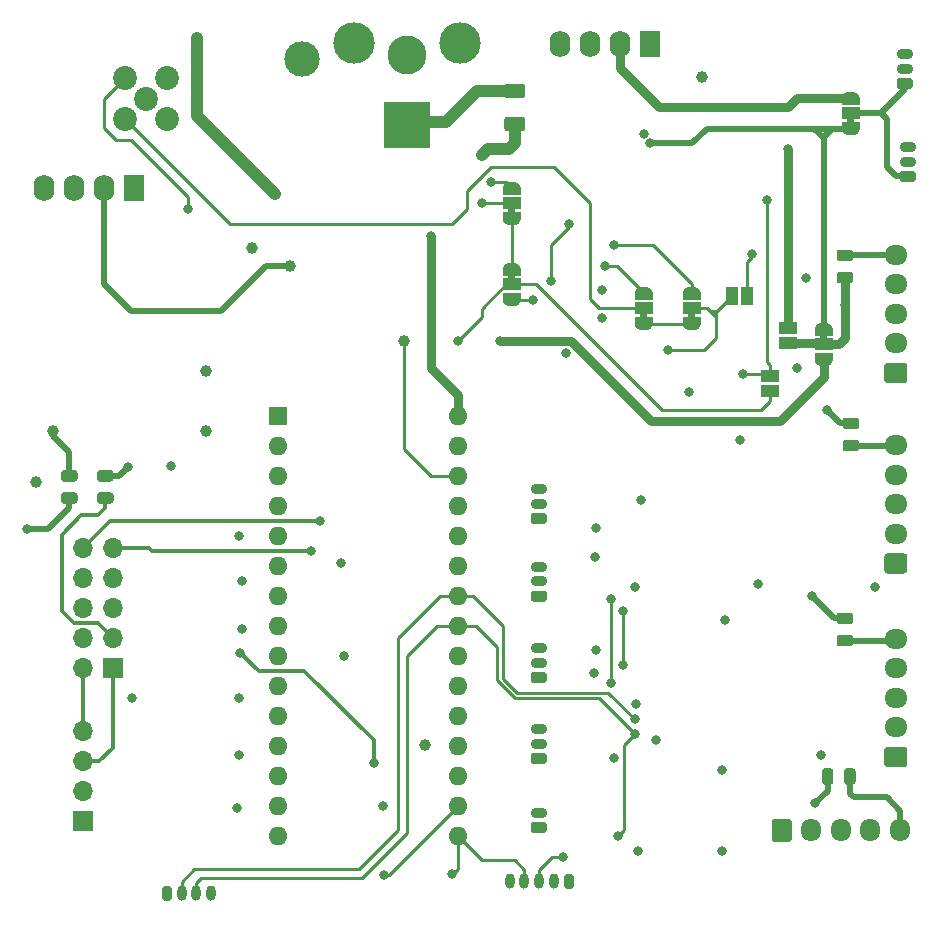
<source format=gbr>
%TF.GenerationSoftware,KiCad,Pcbnew,(5.1.8)-1*%
%TF.CreationDate,2022-01-24T15:12:58-08:00*%
%TF.ProjectId,BLE-33_baseboard,424c452d-3333-45f6-9261-7365626f6172,rev?*%
%TF.SameCoordinates,Original*%
%TF.FileFunction,Copper,L1,Top*%
%TF.FilePolarity,Positive*%
%FSLAX46Y46*%
G04 Gerber Fmt 4.6, Leading zero omitted, Abs format (unit mm)*
G04 Created by KiCad (PCBNEW (5.1.8)-1) date 2022-01-24 15:12:58*
%MOMM*%
%LPD*%
G01*
G04 APERTURE LIST*
%TA.AperFunction,EtchedComponent*%
%ADD10C,0.100000*%
%TD*%
%TA.AperFunction,ComponentPad*%
%ADD11C,2.025000*%
%TD*%
%TA.AperFunction,ComponentPad*%
%ADD12C,1.000000*%
%TD*%
%TA.AperFunction,ComponentPad*%
%ADD13O,1.700000X1.950000*%
%TD*%
%TA.AperFunction,ComponentPad*%
%ADD14O,1.950000X1.700000*%
%TD*%
%TA.AperFunction,ComponentPad*%
%ADD15O,1.700000X1.700000*%
%TD*%
%TA.AperFunction,ComponentPad*%
%ADD16R,1.700000X1.700000*%
%TD*%
%TA.AperFunction,ComponentPad*%
%ADD17C,3.000000*%
%TD*%
%TA.AperFunction,ComponentPad*%
%ADD18O,1.400000X0.900000*%
%TD*%
%TA.AperFunction,ComponentPad*%
%ADD19R,1.750000X2.250000*%
%TD*%
%TA.AperFunction,ComponentPad*%
%ADD20O,1.750000X2.250000*%
%TD*%
%TA.AperFunction,SMDPad,CuDef*%
%ADD21R,1.500000X1.000000*%
%TD*%
%TA.AperFunction,SMDPad,CuDef*%
%ADD22C,0.100000*%
%TD*%
%TA.AperFunction,SMDPad,CuDef*%
%ADD23R,1.000000X1.500000*%
%TD*%
%TA.AperFunction,ComponentPad*%
%ADD24O,0.800000X1.300000*%
%TD*%
%TA.AperFunction,ComponentPad*%
%ADD25C,3.500000*%
%TD*%
%TA.AperFunction,ComponentPad*%
%ADD26C,3.300000*%
%TD*%
%TA.AperFunction,ComponentPad*%
%ADD27R,4.000000X4.000000*%
%TD*%
%TA.AperFunction,ComponentPad*%
%ADD28O,1.600000X1.600000*%
%TD*%
%TA.AperFunction,ComponentPad*%
%ADD29R,1.600000X1.600000*%
%TD*%
%TA.AperFunction,ViaPad*%
%ADD30C,0.800000*%
%TD*%
%TA.AperFunction,Conductor*%
%ADD31C,0.500000*%
%TD*%
%TA.AperFunction,Conductor*%
%ADD32C,0.750000*%
%TD*%
%TA.AperFunction,Conductor*%
%ADD33C,1.000000*%
%TD*%
%TA.AperFunction,Conductor*%
%ADD34C,0.250000*%
%TD*%
%TA.AperFunction,Conductor*%
%ADD35C,0.350000*%
%TD*%
G04 APERTURE END LIST*
D10*
%TO.C,JP9*%
G36*
X166670000Y-78348000D02*
G01*
X166670000Y-78848000D01*
X166070000Y-78848000D01*
X166070000Y-78348000D01*
X166670000Y-78348000D01*
G37*
%TO.C,JP8*%
G36*
X168356000Y-60590000D02*
G01*
X168356000Y-60090000D01*
X168956000Y-60090000D01*
X168956000Y-60590000D01*
X168356000Y-60590000D01*
G37*
%TO.C,JP4*%
G36*
X150830000Y-77100000D02*
G01*
X150830000Y-76600000D01*
X151430000Y-76600000D01*
X151430000Y-77100000D01*
X150830000Y-77100000D01*
G37*
%TO.C,JP3*%
G36*
X139654000Y-68210000D02*
G01*
X139654000Y-67710000D01*
X140254000Y-67710000D01*
X140254000Y-68210000D01*
X139654000Y-68210000D01*
G37*
%TO.C,JP2*%
G36*
X140254000Y-73268000D02*
G01*
X140254000Y-73768000D01*
X139654000Y-73768000D01*
X139654000Y-73268000D01*
X140254000Y-73268000D01*
G37*
%TO.C,JP1*%
G36*
X154894000Y-77100000D02*
G01*
X154894000Y-76600000D01*
X155494000Y-76600000D01*
X155494000Y-77100000D01*
X154894000Y-77100000D01*
G37*
%TD*%
D11*
%TO.P,J19,5*%
%TO.N,GND*%
X108974000Y-58428000D03*
%TO.P,J19,4*%
%TO.N,Net-(D4-Pad2)*%
X110744000Y-56658000D03*
%TO.P,J19,3*%
%TO.N,Net-(J19-Pad3)*%
X107204000Y-56658000D03*
%TO.P,J19,2*%
%TO.N,Net-(J19-Pad2)*%
X107204000Y-60198000D03*
%TO.P,J19,1*%
%TO.N,Net-(D5-Pad2)*%
X110744000Y-60198000D03*
%TD*%
%TO.P,F7,2*%
%TO.N,/HV-PWR*%
%TA.AperFunction,SMDPad,CuDef*%
G36*
G01*
X102945250Y-90863000D02*
X102032750Y-90863000D01*
G75*
G02*
X101789000Y-90619250I0J243750D01*
G01*
X101789000Y-90131750D01*
G75*
G02*
X102032750Y-89888000I243750J0D01*
G01*
X102945250Y-89888000D01*
G75*
G02*
X103189000Y-90131750I0J-243750D01*
G01*
X103189000Y-90619250D01*
G75*
G02*
X102945250Y-90863000I-243750J0D01*
G01*
G37*
%TD.AperFunction*%
%TO.P,F7,1*%
%TO.N,Net-(F7-Pad1)*%
%TA.AperFunction,SMDPad,CuDef*%
G36*
G01*
X102945250Y-92738000D02*
X102032750Y-92738000D01*
G75*
G02*
X101789000Y-92494250I0J243750D01*
G01*
X101789000Y-92006750D01*
G75*
G02*
X102032750Y-91763000I243750J0D01*
G01*
X102945250Y-91763000D01*
G75*
G02*
X103189000Y-92006750I0J-243750D01*
G01*
X103189000Y-92494250D01*
G75*
G02*
X102945250Y-92738000I-243750J0D01*
G01*
G37*
%TD.AperFunction*%
%TD*%
%TO.P,F6,2*%
%TO.N,+5V*%
%TA.AperFunction,SMDPad,CuDef*%
G36*
G01*
X105993250Y-90863000D02*
X105080750Y-90863000D01*
G75*
G02*
X104837000Y-90619250I0J243750D01*
G01*
X104837000Y-90131750D01*
G75*
G02*
X105080750Y-89888000I243750J0D01*
G01*
X105993250Y-89888000D01*
G75*
G02*
X106237000Y-90131750I0J-243750D01*
G01*
X106237000Y-90619250D01*
G75*
G02*
X105993250Y-90863000I-243750J0D01*
G01*
G37*
%TD.AperFunction*%
%TO.P,F6,1*%
%TO.N,Net-(F6-Pad1)*%
%TA.AperFunction,SMDPad,CuDef*%
G36*
G01*
X105993250Y-92738000D02*
X105080750Y-92738000D01*
G75*
G02*
X104837000Y-92494250I0J243750D01*
G01*
X104837000Y-92006750D01*
G75*
G02*
X105080750Y-91763000I243750J0D01*
G01*
X105993250Y-91763000D01*
G75*
G02*
X106237000Y-92006750I0J-243750D01*
G01*
X106237000Y-92494250D01*
G75*
G02*
X105993250Y-92738000I-243750J0D01*
G01*
G37*
%TD.AperFunction*%
%TD*%
D12*
%TO.P,TP9,1*%
%TO.N,Net-(PS2-Pad1)*%
X117983000Y-71120000D03*
%TD*%
%TO.P,TP3,1*%
%TO.N,Net-(PS1-Pad1)*%
X156083000Y-56642000D03*
%TD*%
%TO.P,TP2,1*%
%TO.N,Net-(A1-Pad18)*%
X132588000Y-113157000D03*
%TD*%
D13*
%TO.P,J8,5*%
%TO.N,Net-(F5-Pad2)*%
X172814000Y-120396000D03*
%TO.P,J8,4*%
%TO.N,Net-(J8-Pad4)*%
X170314000Y-120396000D03*
%TO.P,J8,3*%
%TO.N,Net-(J8-Pad3)*%
X167814000Y-120396000D03*
%TO.P,J8,2*%
%TO.N,Net-(J8-Pad2)*%
X165314000Y-120396000D03*
%TO.P,J8,1*%
%TO.N,Net-(J8-Pad1)*%
%TA.AperFunction,ComponentPad*%
G36*
G01*
X161964000Y-121121000D02*
X161964000Y-119671000D01*
G75*
G02*
X162214000Y-119421000I250000J0D01*
G01*
X163414000Y-119421000D01*
G75*
G02*
X163664000Y-119671000I0J-250000D01*
G01*
X163664000Y-121121000D01*
G75*
G02*
X163414000Y-121371000I-250000J0D01*
G01*
X162214000Y-121371000D01*
G75*
G02*
X161964000Y-121121000I0J250000D01*
G01*
G37*
%TD.AperFunction*%
%TD*%
D14*
%TO.P,J7,5*%
%TO.N,Net-(F4-Pad2)*%
X172466000Y-104173000D03*
%TO.P,J7,4*%
%TO.N,Net-(J7-Pad4)*%
X172466000Y-106673000D03*
%TO.P,J7,3*%
%TO.N,Net-(J7-Pad3)*%
X172466000Y-109173000D03*
%TO.P,J7,2*%
%TO.N,Net-(J7-Pad2)*%
X172466000Y-111673000D03*
%TO.P,J7,1*%
%TO.N,Net-(J7-Pad1)*%
%TA.AperFunction,ComponentPad*%
G36*
G01*
X173191000Y-115023000D02*
X171741000Y-115023000D01*
G75*
G02*
X171491000Y-114773000I0J250000D01*
G01*
X171491000Y-113573000D01*
G75*
G02*
X171741000Y-113323000I250000J0D01*
G01*
X173191000Y-113323000D01*
G75*
G02*
X173441000Y-113573000I0J-250000D01*
G01*
X173441000Y-114773000D01*
G75*
G02*
X173191000Y-115023000I-250000J0D01*
G01*
G37*
%TD.AperFunction*%
%TD*%
%TO.P,J6,5*%
%TO.N,Net-(F3-Pad2)*%
X172466000Y-87790000D03*
%TO.P,J6,4*%
%TO.N,Net-(J6-Pad4)*%
X172466000Y-90290000D03*
%TO.P,J6,3*%
%TO.N,Net-(J6-Pad3)*%
X172466000Y-92790000D03*
%TO.P,J6,2*%
%TO.N,Net-(J6-Pad2)*%
X172466000Y-95290000D03*
%TO.P,J6,1*%
%TO.N,Net-(J6-Pad1)*%
%TA.AperFunction,ComponentPad*%
G36*
G01*
X173191000Y-98640000D02*
X171741000Y-98640000D01*
G75*
G02*
X171491000Y-98390000I0J250000D01*
G01*
X171491000Y-97190000D01*
G75*
G02*
X171741000Y-96940000I250000J0D01*
G01*
X173191000Y-96940000D01*
G75*
G02*
X173441000Y-97190000I0J-250000D01*
G01*
X173441000Y-98390000D01*
G75*
G02*
X173191000Y-98640000I-250000J0D01*
G01*
G37*
%TD.AperFunction*%
%TD*%
%TO.P,J5,5*%
%TO.N,Net-(F2-Pad2)*%
X172466000Y-71661000D03*
%TO.P,J5,4*%
%TO.N,Net-(J5-Pad4)*%
X172466000Y-74161000D03*
%TO.P,J5,3*%
%TO.N,Net-(J5-Pad3)*%
X172466000Y-76661000D03*
%TO.P,J5,2*%
%TO.N,Net-(J5-Pad2)*%
X172466000Y-79161000D03*
%TO.P,J5,1*%
%TO.N,Net-(J5-Pad1)*%
%TA.AperFunction,ComponentPad*%
G36*
G01*
X173191000Y-82511000D02*
X171741000Y-82511000D01*
G75*
G02*
X171491000Y-82261000I0J250000D01*
G01*
X171491000Y-81061000D01*
G75*
G02*
X171741000Y-80811000I250000J0D01*
G01*
X173191000Y-80811000D01*
G75*
G02*
X173441000Y-81061000I0J-250000D01*
G01*
X173441000Y-82261000D01*
G75*
G02*
X173191000Y-82511000I-250000J0D01*
G01*
G37*
%TD.AperFunction*%
%TD*%
D15*
%TO.P,J4,4*%
%TO.N,/HVACb*%
X103632000Y-112014000D03*
%TO.P,J4,3*%
%TO.N,/HVACa*%
X103632000Y-114554000D03*
%TO.P,J4,2*%
%TO.N,/CAL*%
X103632000Y-117094000D03*
D16*
%TO.P,J4,1*%
%TO.N,Net-(F7-Pad1)*%
X103632000Y-119634000D03*
%TD*%
D17*
%TO.P,REF\u002A\u002A,1*%
%TO.N,GND*%
X122174000Y-55118000D03*
%TD*%
D12*
%TO.P,TP8,1*%
%TO.N,Vdrive*%
X121158000Y-72644000D03*
%TD*%
%TO.P,TP7,1*%
%TO.N,GND*%
X114046000Y-86614000D03*
%TD*%
%TO.P,TP6,1*%
%TO.N,+3V3*%
X114046000Y-81534000D03*
%TD*%
%TO.P,TP5,1*%
%TO.N,+5V*%
X99695000Y-90932000D03*
%TD*%
%TO.P,TP4,1*%
%TO.N,/HV-PWR*%
X101092000Y-86614000D03*
%TD*%
D15*
%TO.P,J3,10*%
%TO.N,/M3*%
X103632000Y-96520000D03*
%TO.P,J3,9*%
%TO.N,/M4*%
X106172000Y-96520000D03*
%TO.P,J3,8*%
%TO.N,/M2*%
X103632000Y-99060000D03*
%TO.P,J3,7*%
%TO.N,/Mid_LED*%
X106172000Y-99060000D03*
%TO.P,J3,6*%
%TO.N,/M1*%
X103632000Y-101600000D03*
%TO.P,J3,5*%
%TO.N,/UV_Boost*%
X106172000Y-101600000D03*
%TO.P,J3,4*%
%TO.N,/GoW*%
X103632000Y-104140000D03*
%TO.P,J3,3*%
%TO.N,Net-(F6-Pad1)*%
X106172000Y-104140000D03*
%TO.P,J3,2*%
%TO.N,/HVACb*%
X103632000Y-106680000D03*
D16*
%TO.P,J3,1*%
%TO.N,/HVACa*%
X106172000Y-106680000D03*
%TD*%
D18*
%TO.P,J1,2*%
%TO.N,Net-(J1-Pad2)*%
X142240000Y-118892000D03*
%TO.P,J1,1*%
%TO.N,Net-(J1-Pad1)*%
%TA.AperFunction,ComponentPad*%
G36*
G01*
X142715000Y-120592000D02*
X141765000Y-120592000D01*
G75*
G02*
X141540000Y-120367000I0J225000D01*
G01*
X141540000Y-119917000D01*
G75*
G02*
X141765000Y-119692000I225000J0D01*
G01*
X142715000Y-119692000D01*
G75*
G02*
X142940000Y-119917000I0J-225000D01*
G01*
X142940000Y-120367000D01*
G75*
G02*
X142715000Y-120592000I-225000J0D01*
G01*
G37*
%TD.AperFunction*%
%TD*%
D12*
%TO.P,TP1,1*%
%TO.N,Net-(A1-Pad28)*%
X130810000Y-78994000D03*
%TD*%
D19*
%TO.P,PS1,1*%
%TO.N,Net-(PS1-Pad1)*%
X151638000Y-53848000D03*
D20*
%TO.P,PS1,2*%
%TO.N,Vdrive*%
X149098000Y-53848000D03*
%TO.P,PS1,3*%
%TO.N,GND*%
X146558000Y-53848000D03*
%TO.P,PS1,4*%
%TO.N,Net-(D2-Pad2)*%
X144018000Y-53848000D03*
%TD*%
D19*
%TO.P,PS2,1*%
%TO.N,Net-(PS2-Pad1)*%
X107950000Y-66040000D03*
D20*
%TO.P,PS2,2*%
%TO.N,Vdrive*%
X105410000Y-66040000D03*
%TO.P,PS2,3*%
%TO.N,GND*%
X102870000Y-66040000D03*
%TO.P,PS2,4*%
%TO.N,Net-(D6-Pad2)*%
X100330000Y-66040000D03*
%TD*%
D21*
%TO.P,JP10,1*%
%TO.N,/Motors*%
X163322000Y-79136000D03*
%TO.P,JP10,2*%
%TO.N,Vdrive*%
X163322000Y-77836000D03*
%TD*%
%TA.AperFunction,SMDPad,CuDef*%
D22*
%TO.P,JP9,1*%
%TO.N,+5V*%
G36*
X165620000Y-78498000D02*
G01*
X165620000Y-77948000D01*
X165620602Y-77948000D01*
X165620602Y-77923466D01*
X165625412Y-77874635D01*
X165634984Y-77826510D01*
X165649228Y-77779555D01*
X165668005Y-77734222D01*
X165691136Y-77690949D01*
X165718396Y-77650150D01*
X165749524Y-77612221D01*
X165784221Y-77577524D01*
X165822150Y-77546396D01*
X165862949Y-77519136D01*
X165906222Y-77496005D01*
X165951555Y-77477228D01*
X165998510Y-77462984D01*
X166046635Y-77453412D01*
X166095466Y-77448602D01*
X166120000Y-77448602D01*
X166120000Y-77448000D01*
X166620000Y-77448000D01*
X166620000Y-77448602D01*
X166644534Y-77448602D01*
X166693365Y-77453412D01*
X166741490Y-77462984D01*
X166788445Y-77477228D01*
X166833778Y-77496005D01*
X166877051Y-77519136D01*
X166917850Y-77546396D01*
X166955779Y-77577524D01*
X166990476Y-77612221D01*
X167021604Y-77650150D01*
X167048864Y-77690949D01*
X167071995Y-77734222D01*
X167090772Y-77779555D01*
X167105016Y-77826510D01*
X167114588Y-77874635D01*
X167119398Y-77923466D01*
X167119398Y-77948000D01*
X167120000Y-77948000D01*
X167120000Y-78498000D01*
X165620000Y-78498000D01*
G37*
%TD.AperFunction*%
D21*
%TO.P,JP9,2*%
%TO.N,/Motors*%
X166370000Y-79248000D03*
%TA.AperFunction,SMDPad,CuDef*%
D22*
%TO.P,JP9,3*%
%TO.N,/HV-PWR*%
G36*
X167119398Y-80548000D02*
G01*
X167119398Y-80572534D01*
X167114588Y-80621365D01*
X167105016Y-80669490D01*
X167090772Y-80716445D01*
X167071995Y-80761778D01*
X167048864Y-80805051D01*
X167021604Y-80845850D01*
X166990476Y-80883779D01*
X166955779Y-80918476D01*
X166917850Y-80949604D01*
X166877051Y-80976864D01*
X166833778Y-80999995D01*
X166788445Y-81018772D01*
X166741490Y-81033016D01*
X166693365Y-81042588D01*
X166644534Y-81047398D01*
X166620000Y-81047398D01*
X166620000Y-81048000D01*
X166120000Y-81048000D01*
X166120000Y-81047398D01*
X166095466Y-81047398D01*
X166046635Y-81042588D01*
X165998510Y-81033016D01*
X165951555Y-81018772D01*
X165906222Y-80999995D01*
X165862949Y-80976864D01*
X165822150Y-80949604D01*
X165784221Y-80918476D01*
X165749524Y-80883779D01*
X165718396Y-80845850D01*
X165691136Y-80805051D01*
X165668005Y-80761778D01*
X165649228Y-80716445D01*
X165634984Y-80669490D01*
X165625412Y-80621365D01*
X165620602Y-80572534D01*
X165620602Y-80548000D01*
X165620000Y-80548000D01*
X165620000Y-79998000D01*
X167120000Y-79998000D01*
X167120000Y-80548000D01*
X167119398Y-80548000D01*
G37*
%TD.AperFunction*%
%TD*%
%TA.AperFunction,SMDPad,CuDef*%
%TO.P,JP8,1*%
%TO.N,+5V*%
G36*
X169406000Y-60440000D02*
G01*
X169406000Y-60990000D01*
X169405398Y-60990000D01*
X169405398Y-61014534D01*
X169400588Y-61063365D01*
X169391016Y-61111490D01*
X169376772Y-61158445D01*
X169357995Y-61203778D01*
X169334864Y-61247051D01*
X169307604Y-61287850D01*
X169276476Y-61325779D01*
X169241779Y-61360476D01*
X169203850Y-61391604D01*
X169163051Y-61418864D01*
X169119778Y-61441995D01*
X169074445Y-61460772D01*
X169027490Y-61475016D01*
X168979365Y-61484588D01*
X168930534Y-61489398D01*
X168906000Y-61489398D01*
X168906000Y-61490000D01*
X168406000Y-61490000D01*
X168406000Y-61489398D01*
X168381466Y-61489398D01*
X168332635Y-61484588D01*
X168284510Y-61475016D01*
X168237555Y-61460772D01*
X168192222Y-61441995D01*
X168148949Y-61418864D01*
X168108150Y-61391604D01*
X168070221Y-61360476D01*
X168035524Y-61325779D01*
X168004396Y-61287850D01*
X167977136Y-61247051D01*
X167954005Y-61203778D01*
X167935228Y-61158445D01*
X167920984Y-61111490D01*
X167911412Y-61063365D01*
X167906602Y-61014534D01*
X167906602Y-60990000D01*
X167906000Y-60990000D01*
X167906000Y-60440000D01*
X169406000Y-60440000D01*
G37*
%TD.AperFunction*%
D21*
%TO.P,JP8,2*%
%TO.N,Net-(J17-Pad1)*%
X168656000Y-59690000D03*
%TA.AperFunction,SMDPad,CuDef*%
D22*
%TO.P,JP8,3*%
%TO.N,Vdrive*%
G36*
X167906602Y-58390000D02*
G01*
X167906602Y-58365466D01*
X167911412Y-58316635D01*
X167920984Y-58268510D01*
X167935228Y-58221555D01*
X167954005Y-58176222D01*
X167977136Y-58132949D01*
X168004396Y-58092150D01*
X168035524Y-58054221D01*
X168070221Y-58019524D01*
X168108150Y-57988396D01*
X168148949Y-57961136D01*
X168192222Y-57938005D01*
X168237555Y-57919228D01*
X168284510Y-57904984D01*
X168332635Y-57895412D01*
X168381466Y-57890602D01*
X168406000Y-57890602D01*
X168406000Y-57890000D01*
X168906000Y-57890000D01*
X168906000Y-57890602D01*
X168930534Y-57890602D01*
X168979365Y-57895412D01*
X169027490Y-57904984D01*
X169074445Y-57919228D01*
X169119778Y-57938005D01*
X169163051Y-57961136D01*
X169203850Y-57988396D01*
X169241779Y-58019524D01*
X169276476Y-58054221D01*
X169307604Y-58092150D01*
X169334864Y-58132949D01*
X169357995Y-58176222D01*
X169376772Y-58221555D01*
X169391016Y-58268510D01*
X169400588Y-58316635D01*
X169405398Y-58365466D01*
X169405398Y-58390000D01*
X169406000Y-58390000D01*
X169406000Y-58940000D01*
X167906000Y-58940000D01*
X167906000Y-58390000D01*
X167906602Y-58390000D01*
G37*
%TD.AperFunction*%
%TD*%
D21*
%TO.P,JP7,1*%
%TO.N,/RX1*%
X161798000Y-83200000D03*
%TO.P,JP7,2*%
%TO.N,Net-(D3-Pad2)*%
X161798000Y-81900000D03*
%TD*%
D23*
%TO.P,JP5,1*%
%TO.N,/TX1*%
X158608000Y-75184000D03*
%TO.P,JP5,2*%
%TO.N,Net-(D3-Pad1)*%
X159908000Y-75184000D03*
%TD*%
%TA.AperFunction,SMDPad,CuDef*%
D22*
%TO.P,JP4,1*%
%TO.N,Net-(JP1-Pad1)*%
G36*
X151880000Y-76950000D02*
G01*
X151880000Y-77500000D01*
X151879398Y-77500000D01*
X151879398Y-77524534D01*
X151874588Y-77573365D01*
X151865016Y-77621490D01*
X151850772Y-77668445D01*
X151831995Y-77713778D01*
X151808864Y-77757051D01*
X151781604Y-77797850D01*
X151750476Y-77835779D01*
X151715779Y-77870476D01*
X151677850Y-77901604D01*
X151637051Y-77928864D01*
X151593778Y-77951995D01*
X151548445Y-77970772D01*
X151501490Y-77985016D01*
X151453365Y-77994588D01*
X151404534Y-77999398D01*
X151380000Y-77999398D01*
X151380000Y-78000000D01*
X150880000Y-78000000D01*
X150880000Y-77999398D01*
X150855466Y-77999398D01*
X150806635Y-77994588D01*
X150758510Y-77985016D01*
X150711555Y-77970772D01*
X150666222Y-77951995D01*
X150622949Y-77928864D01*
X150582150Y-77901604D01*
X150544221Y-77870476D01*
X150509524Y-77835779D01*
X150478396Y-77797850D01*
X150451136Y-77757051D01*
X150428005Y-77713778D01*
X150409228Y-77668445D01*
X150394984Y-77621490D01*
X150385412Y-77573365D01*
X150380602Y-77524534D01*
X150380602Y-77500000D01*
X150380000Y-77500000D01*
X150380000Y-76950000D01*
X151880000Y-76950000D01*
G37*
%TD.AperFunction*%
D21*
%TO.P,JP4,2*%
%TO.N,Net-(J19-Pad2)*%
X151130000Y-76200000D03*
%TA.AperFunction,SMDPad,CuDef*%
D22*
%TO.P,JP4,3*%
%TO.N,Net-(JP4-Pad3)*%
G36*
X150380602Y-74900000D02*
G01*
X150380602Y-74875466D01*
X150385412Y-74826635D01*
X150394984Y-74778510D01*
X150409228Y-74731555D01*
X150428005Y-74686222D01*
X150451136Y-74642949D01*
X150478396Y-74602150D01*
X150509524Y-74564221D01*
X150544221Y-74529524D01*
X150582150Y-74498396D01*
X150622949Y-74471136D01*
X150666222Y-74448005D01*
X150711555Y-74429228D01*
X150758510Y-74414984D01*
X150806635Y-74405412D01*
X150855466Y-74400602D01*
X150880000Y-74400602D01*
X150880000Y-74400000D01*
X151380000Y-74400000D01*
X151380000Y-74400602D01*
X151404534Y-74400602D01*
X151453365Y-74405412D01*
X151501490Y-74414984D01*
X151548445Y-74429228D01*
X151593778Y-74448005D01*
X151637051Y-74471136D01*
X151677850Y-74498396D01*
X151715779Y-74529524D01*
X151750476Y-74564221D01*
X151781604Y-74602150D01*
X151808864Y-74642949D01*
X151831995Y-74686222D01*
X151850772Y-74731555D01*
X151865016Y-74778510D01*
X151874588Y-74826635D01*
X151879398Y-74875466D01*
X151879398Y-74900000D01*
X151880000Y-74900000D01*
X151880000Y-75450000D01*
X150380000Y-75450000D01*
X150380000Y-74900000D01*
X150380602Y-74900000D01*
G37*
%TD.AperFunction*%
%TD*%
%TA.AperFunction,SMDPad,CuDef*%
%TO.P,JP3,1*%
%TO.N,Net-(JP2-Pad1)*%
G36*
X140704000Y-68060000D02*
G01*
X140704000Y-68610000D01*
X140703398Y-68610000D01*
X140703398Y-68634534D01*
X140698588Y-68683365D01*
X140689016Y-68731490D01*
X140674772Y-68778445D01*
X140655995Y-68823778D01*
X140632864Y-68867051D01*
X140605604Y-68907850D01*
X140574476Y-68945779D01*
X140539779Y-68980476D01*
X140501850Y-69011604D01*
X140461051Y-69038864D01*
X140417778Y-69061995D01*
X140372445Y-69080772D01*
X140325490Y-69095016D01*
X140277365Y-69104588D01*
X140228534Y-69109398D01*
X140204000Y-69109398D01*
X140204000Y-69110000D01*
X139704000Y-69110000D01*
X139704000Y-69109398D01*
X139679466Y-69109398D01*
X139630635Y-69104588D01*
X139582510Y-69095016D01*
X139535555Y-69080772D01*
X139490222Y-69061995D01*
X139446949Y-69038864D01*
X139406150Y-69011604D01*
X139368221Y-68980476D01*
X139333524Y-68945779D01*
X139302396Y-68907850D01*
X139275136Y-68867051D01*
X139252005Y-68823778D01*
X139233228Y-68778445D01*
X139218984Y-68731490D01*
X139209412Y-68683365D01*
X139204602Y-68634534D01*
X139204602Y-68610000D01*
X139204000Y-68610000D01*
X139204000Y-68060000D01*
X140704000Y-68060000D01*
G37*
%TD.AperFunction*%
D21*
%TO.P,JP3,2*%
%TO.N,Net-(J19-Pad3)*%
X139954000Y-67310000D03*
%TA.AperFunction,SMDPad,CuDef*%
D22*
%TO.P,JP3,3*%
%TO.N,Net-(JP3-Pad3)*%
G36*
X139204602Y-66010000D02*
G01*
X139204602Y-65985466D01*
X139209412Y-65936635D01*
X139218984Y-65888510D01*
X139233228Y-65841555D01*
X139252005Y-65796222D01*
X139275136Y-65752949D01*
X139302396Y-65712150D01*
X139333524Y-65674221D01*
X139368221Y-65639524D01*
X139406150Y-65608396D01*
X139446949Y-65581136D01*
X139490222Y-65558005D01*
X139535555Y-65539228D01*
X139582510Y-65524984D01*
X139630635Y-65515412D01*
X139679466Y-65510602D01*
X139704000Y-65510602D01*
X139704000Y-65510000D01*
X140204000Y-65510000D01*
X140204000Y-65510602D01*
X140228534Y-65510602D01*
X140277365Y-65515412D01*
X140325490Y-65524984D01*
X140372445Y-65539228D01*
X140417778Y-65558005D01*
X140461051Y-65581136D01*
X140501850Y-65608396D01*
X140539779Y-65639524D01*
X140574476Y-65674221D01*
X140605604Y-65712150D01*
X140632864Y-65752949D01*
X140655995Y-65796222D01*
X140674772Y-65841555D01*
X140689016Y-65888510D01*
X140698588Y-65936635D01*
X140703398Y-65985466D01*
X140703398Y-66010000D01*
X140704000Y-66010000D01*
X140704000Y-66560000D01*
X139204000Y-66560000D01*
X139204000Y-66010000D01*
X139204602Y-66010000D01*
G37*
%TD.AperFunction*%
%TD*%
%TA.AperFunction,SMDPad,CuDef*%
%TO.P,JP2,1*%
%TO.N,Net-(JP2-Pad1)*%
G36*
X139204000Y-73418000D02*
G01*
X139204000Y-72868000D01*
X139204602Y-72868000D01*
X139204602Y-72843466D01*
X139209412Y-72794635D01*
X139218984Y-72746510D01*
X139233228Y-72699555D01*
X139252005Y-72654222D01*
X139275136Y-72610949D01*
X139302396Y-72570150D01*
X139333524Y-72532221D01*
X139368221Y-72497524D01*
X139406150Y-72466396D01*
X139446949Y-72439136D01*
X139490222Y-72416005D01*
X139535555Y-72397228D01*
X139582510Y-72382984D01*
X139630635Y-72373412D01*
X139679466Y-72368602D01*
X139704000Y-72368602D01*
X139704000Y-72368000D01*
X140204000Y-72368000D01*
X140204000Y-72368602D01*
X140228534Y-72368602D01*
X140277365Y-72373412D01*
X140325490Y-72382984D01*
X140372445Y-72397228D01*
X140417778Y-72416005D01*
X140461051Y-72439136D01*
X140501850Y-72466396D01*
X140539779Y-72497524D01*
X140574476Y-72532221D01*
X140605604Y-72570150D01*
X140632864Y-72610949D01*
X140655995Y-72654222D01*
X140674772Y-72699555D01*
X140689016Y-72746510D01*
X140698588Y-72794635D01*
X140703398Y-72843466D01*
X140703398Y-72868000D01*
X140704000Y-72868000D01*
X140704000Y-73418000D01*
X139204000Y-73418000D01*
G37*
%TD.AperFunction*%
D21*
%TO.P,JP2,2*%
%TO.N,/RX1*%
X139954000Y-74168000D03*
%TA.AperFunction,SMDPad,CuDef*%
D22*
%TO.P,JP2,3*%
%TO.N,Net-(JP2-Pad3)*%
G36*
X140703398Y-75468000D02*
G01*
X140703398Y-75492534D01*
X140698588Y-75541365D01*
X140689016Y-75589490D01*
X140674772Y-75636445D01*
X140655995Y-75681778D01*
X140632864Y-75725051D01*
X140605604Y-75765850D01*
X140574476Y-75803779D01*
X140539779Y-75838476D01*
X140501850Y-75869604D01*
X140461051Y-75896864D01*
X140417778Y-75919995D01*
X140372445Y-75938772D01*
X140325490Y-75953016D01*
X140277365Y-75962588D01*
X140228534Y-75967398D01*
X140204000Y-75967398D01*
X140204000Y-75968000D01*
X139704000Y-75968000D01*
X139704000Y-75967398D01*
X139679466Y-75967398D01*
X139630635Y-75962588D01*
X139582510Y-75953016D01*
X139535555Y-75938772D01*
X139490222Y-75919995D01*
X139446949Y-75896864D01*
X139406150Y-75869604D01*
X139368221Y-75838476D01*
X139333524Y-75803779D01*
X139302396Y-75765850D01*
X139275136Y-75725051D01*
X139252005Y-75681778D01*
X139233228Y-75636445D01*
X139218984Y-75589490D01*
X139209412Y-75541365D01*
X139204602Y-75492534D01*
X139204602Y-75468000D01*
X139204000Y-75468000D01*
X139204000Y-74918000D01*
X140704000Y-74918000D01*
X140704000Y-75468000D01*
X140703398Y-75468000D01*
G37*
%TD.AperFunction*%
%TD*%
%TA.AperFunction,SMDPad,CuDef*%
%TO.P,JP1,1*%
%TO.N,Net-(JP1-Pad1)*%
G36*
X155944000Y-76950000D02*
G01*
X155944000Y-77500000D01*
X155943398Y-77500000D01*
X155943398Y-77524534D01*
X155938588Y-77573365D01*
X155929016Y-77621490D01*
X155914772Y-77668445D01*
X155895995Y-77713778D01*
X155872864Y-77757051D01*
X155845604Y-77797850D01*
X155814476Y-77835779D01*
X155779779Y-77870476D01*
X155741850Y-77901604D01*
X155701051Y-77928864D01*
X155657778Y-77951995D01*
X155612445Y-77970772D01*
X155565490Y-77985016D01*
X155517365Y-77994588D01*
X155468534Y-77999398D01*
X155444000Y-77999398D01*
X155444000Y-78000000D01*
X154944000Y-78000000D01*
X154944000Y-77999398D01*
X154919466Y-77999398D01*
X154870635Y-77994588D01*
X154822510Y-77985016D01*
X154775555Y-77970772D01*
X154730222Y-77951995D01*
X154686949Y-77928864D01*
X154646150Y-77901604D01*
X154608221Y-77870476D01*
X154573524Y-77835779D01*
X154542396Y-77797850D01*
X154515136Y-77757051D01*
X154492005Y-77713778D01*
X154473228Y-77668445D01*
X154458984Y-77621490D01*
X154449412Y-77573365D01*
X154444602Y-77524534D01*
X154444602Y-77500000D01*
X154444000Y-77500000D01*
X154444000Y-76950000D01*
X155944000Y-76950000D01*
G37*
%TD.AperFunction*%
D21*
%TO.P,JP1,2*%
%TO.N,/TX1*%
X155194000Y-76200000D03*
%TA.AperFunction,SMDPad,CuDef*%
D22*
%TO.P,JP1,3*%
%TO.N,Net-(JP1-Pad3)*%
G36*
X154444602Y-74900000D02*
G01*
X154444602Y-74875466D01*
X154449412Y-74826635D01*
X154458984Y-74778510D01*
X154473228Y-74731555D01*
X154492005Y-74686222D01*
X154515136Y-74642949D01*
X154542396Y-74602150D01*
X154573524Y-74564221D01*
X154608221Y-74529524D01*
X154646150Y-74498396D01*
X154686949Y-74471136D01*
X154730222Y-74448005D01*
X154775555Y-74429228D01*
X154822510Y-74414984D01*
X154870635Y-74405412D01*
X154919466Y-74400602D01*
X154944000Y-74400602D01*
X154944000Y-74400000D01*
X155444000Y-74400000D01*
X155444000Y-74400602D01*
X155468534Y-74400602D01*
X155517365Y-74405412D01*
X155565490Y-74414984D01*
X155612445Y-74429228D01*
X155657778Y-74448005D01*
X155701051Y-74471136D01*
X155741850Y-74498396D01*
X155779779Y-74529524D01*
X155814476Y-74564221D01*
X155845604Y-74602150D01*
X155872864Y-74642949D01*
X155895995Y-74686222D01*
X155914772Y-74731555D01*
X155929016Y-74778510D01*
X155938588Y-74826635D01*
X155943398Y-74875466D01*
X155943398Y-74900000D01*
X155944000Y-74900000D01*
X155944000Y-75450000D01*
X154444000Y-75450000D01*
X154444000Y-74900000D01*
X154444602Y-74900000D01*
G37*
%TD.AperFunction*%
%TD*%
D18*
%TO.P,J18,3*%
%TO.N,GND*%
X173482000Y-62524000D03*
%TO.P,J18,2*%
%TO.N,Net-(D3-Pad2)*%
X173482000Y-63774000D03*
%TO.P,J18,1*%
%TO.N,Net-(J17-Pad1)*%
%TA.AperFunction,ComponentPad*%
G36*
G01*
X173957000Y-65474000D02*
X173007000Y-65474000D01*
G75*
G02*
X172782000Y-65249000I0J225000D01*
G01*
X172782000Y-64799000D01*
G75*
G02*
X173007000Y-64574000I225000J0D01*
G01*
X173957000Y-64574000D01*
G75*
G02*
X174182000Y-64799000I0J-225000D01*
G01*
X174182000Y-65249000D01*
G75*
G02*
X173957000Y-65474000I-225000J0D01*
G01*
G37*
%TD.AperFunction*%
%TD*%
%TO.P,J17,3*%
%TO.N,GND*%
X173228000Y-54650000D03*
%TO.P,J17,2*%
%TO.N,Net-(D3-Pad2)*%
X173228000Y-55900000D03*
%TO.P,J17,1*%
%TO.N,Net-(J17-Pad1)*%
%TA.AperFunction,ComponentPad*%
G36*
G01*
X173703000Y-57600000D02*
X172753000Y-57600000D01*
G75*
G02*
X172528000Y-57375000I0J225000D01*
G01*
X172528000Y-56925000D01*
G75*
G02*
X172753000Y-56700000I225000J0D01*
G01*
X173703000Y-56700000D01*
G75*
G02*
X173928000Y-56925000I0J-225000D01*
G01*
X173928000Y-57375000D01*
G75*
G02*
X173703000Y-57600000I-225000J0D01*
G01*
G37*
%TD.AperFunction*%
%TD*%
D24*
%TO.P,J15,5*%
%TO.N,GND*%
X139780000Y-124714000D03*
%TO.P,J15,4*%
%TO.N,/SCK*%
X141030000Y-124714000D03*
%TO.P,J15,3*%
%TO.N,/MISO*%
X142280000Y-124714000D03*
%TO.P,J15,2*%
%TO.N,/MOSI*%
X143530000Y-124714000D03*
%TO.P,J15,1*%
%TO.N,+3V3*%
%TA.AperFunction,ComponentPad*%
G36*
G01*
X145180000Y-124264000D02*
X145180000Y-125164000D01*
G75*
G02*
X144980000Y-125364000I-200000J0D01*
G01*
X144580000Y-125364000D01*
G75*
G02*
X144380000Y-125164000I0J200000D01*
G01*
X144380000Y-124264000D01*
G75*
G02*
X144580000Y-124064000I200000J0D01*
G01*
X144980000Y-124064000D01*
G75*
G02*
X145180000Y-124264000I0J-200000D01*
G01*
G37*
%TD.AperFunction*%
%TD*%
D18*
%TO.P,J13,3*%
%TO.N,GND*%
X142240000Y-91480000D03*
%TO.P,J13,2*%
%TO.N,/A6*%
X142240000Y-92730000D03*
%TO.P,J13,1*%
%TO.N,+3V3*%
%TA.AperFunction,ComponentPad*%
G36*
G01*
X142715000Y-94430000D02*
X141765000Y-94430000D01*
G75*
G02*
X141540000Y-94205000I0J225000D01*
G01*
X141540000Y-93755000D01*
G75*
G02*
X141765000Y-93530000I225000J0D01*
G01*
X142715000Y-93530000D01*
G75*
G02*
X142940000Y-93755000I0J-225000D01*
G01*
X142940000Y-94205000D01*
G75*
G02*
X142715000Y-94430000I-225000J0D01*
G01*
G37*
%TD.AperFunction*%
%TD*%
%TO.P,J12,3*%
%TO.N,GND*%
X142240000Y-98064000D03*
%TO.P,J12,2*%
%TO.N,/A3*%
X142240000Y-99314000D03*
%TO.P,J12,1*%
%TO.N,+3V3*%
%TA.AperFunction,ComponentPad*%
G36*
G01*
X142715000Y-101014000D02*
X141765000Y-101014000D01*
G75*
G02*
X141540000Y-100789000I0J225000D01*
G01*
X141540000Y-100339000D01*
G75*
G02*
X141765000Y-100114000I225000J0D01*
G01*
X142715000Y-100114000D01*
G75*
G02*
X142940000Y-100339000I0J-225000D01*
G01*
X142940000Y-100789000D01*
G75*
G02*
X142715000Y-101014000I-225000J0D01*
G01*
G37*
%TD.AperFunction*%
%TD*%
D24*
%TO.P,J11,4*%
%TO.N,GND*%
X114494000Y-125730000D03*
%TO.P,J11,3*%
%TO.N,/SDA*%
X113244000Y-125730000D03*
%TO.P,J11,2*%
%TO.N,/SCL*%
X111994000Y-125730000D03*
%TO.P,J11,1*%
%TO.N,+3V3*%
%TA.AperFunction,ComponentPad*%
G36*
G01*
X110344000Y-126180000D02*
X110344000Y-125280000D01*
G75*
G02*
X110544000Y-125080000I200000J0D01*
G01*
X110944000Y-125080000D01*
G75*
G02*
X111144000Y-125280000I0J-200000D01*
G01*
X111144000Y-126180000D01*
G75*
G02*
X110944000Y-126380000I-200000J0D01*
G01*
X110544000Y-126380000D01*
G75*
G02*
X110344000Y-126180000I0J200000D01*
G01*
G37*
%TD.AperFunction*%
%TD*%
D25*
%TO.P,J10,MP*%
%TO.N,N/C*%
X126564000Y-53706000D03*
X135564000Y-53706000D03*
D26*
%TO.P,J10,2*%
%TO.N,GND*%
X131064000Y-54706000D03*
D27*
%TO.P,J10,1*%
%TO.N,Net-(F1-Pad2)*%
X131064000Y-60706000D03*
%TD*%
D18*
%TO.P,J9,3*%
%TO.N,GND*%
X142240000Y-104942000D03*
%TO.P,J9,2*%
%TO.N,/A2*%
X142240000Y-106192000D03*
%TO.P,J9,1*%
%TO.N,+3V3*%
%TA.AperFunction,ComponentPad*%
G36*
G01*
X142715000Y-107892000D02*
X141765000Y-107892000D01*
G75*
G02*
X141540000Y-107667000I0J225000D01*
G01*
X141540000Y-107217000D01*
G75*
G02*
X141765000Y-106992000I225000J0D01*
G01*
X142715000Y-106992000D01*
G75*
G02*
X142940000Y-107217000I0J-225000D01*
G01*
X142940000Y-107667000D01*
G75*
G02*
X142715000Y-107892000I-225000J0D01*
G01*
G37*
%TD.AperFunction*%
%TD*%
%TO.P,J2,3*%
%TO.N,GND*%
X142240000Y-111800000D03*
%TO.P,J2,2*%
%TO.N,/A1*%
X142240000Y-113050000D03*
%TO.P,J2,1*%
%TO.N,+3V3*%
%TA.AperFunction,ComponentPad*%
G36*
G01*
X142715000Y-114750000D02*
X141765000Y-114750000D01*
G75*
G02*
X141540000Y-114525000I0J225000D01*
G01*
X141540000Y-114075000D01*
G75*
G02*
X141765000Y-113850000I225000J0D01*
G01*
X142715000Y-113850000D01*
G75*
G02*
X142940000Y-114075000I0J-225000D01*
G01*
X142940000Y-114525000D01*
G75*
G02*
X142715000Y-114750000I-225000J0D01*
G01*
G37*
%TD.AperFunction*%
%TD*%
%TO.P,F5,2*%
%TO.N,Net-(F5-Pad2)*%
%TA.AperFunction,SMDPad,CuDef*%
G36*
G01*
X168090000Y-116280250D02*
X168090000Y-115367750D01*
G75*
G02*
X168333750Y-115124000I243750J0D01*
G01*
X168821250Y-115124000D01*
G75*
G02*
X169065000Y-115367750I0J-243750D01*
G01*
X169065000Y-116280250D01*
G75*
G02*
X168821250Y-116524000I-243750J0D01*
G01*
X168333750Y-116524000D01*
G75*
G02*
X168090000Y-116280250I0J243750D01*
G01*
G37*
%TD.AperFunction*%
%TO.P,F5,1*%
%TO.N,/Motors*%
%TA.AperFunction,SMDPad,CuDef*%
G36*
G01*
X166215000Y-116280250D02*
X166215000Y-115367750D01*
G75*
G02*
X166458750Y-115124000I243750J0D01*
G01*
X166946250Y-115124000D01*
G75*
G02*
X167190000Y-115367750I0J-243750D01*
G01*
X167190000Y-116280250D01*
G75*
G02*
X166946250Y-116524000I-243750J0D01*
G01*
X166458750Y-116524000D01*
G75*
G02*
X166215000Y-116280250I0J243750D01*
G01*
G37*
%TD.AperFunction*%
%TD*%
%TO.P,F4,2*%
%TO.N,Net-(F4-Pad2)*%
%TA.AperFunction,SMDPad,CuDef*%
G36*
G01*
X167691750Y-103828000D02*
X168604250Y-103828000D01*
G75*
G02*
X168848000Y-104071750I0J-243750D01*
G01*
X168848000Y-104559250D01*
G75*
G02*
X168604250Y-104803000I-243750J0D01*
G01*
X167691750Y-104803000D01*
G75*
G02*
X167448000Y-104559250I0J243750D01*
G01*
X167448000Y-104071750D01*
G75*
G02*
X167691750Y-103828000I243750J0D01*
G01*
G37*
%TD.AperFunction*%
%TO.P,F4,1*%
%TO.N,/Motors*%
%TA.AperFunction,SMDPad,CuDef*%
G36*
G01*
X167691750Y-101953000D02*
X168604250Y-101953000D01*
G75*
G02*
X168848000Y-102196750I0J-243750D01*
G01*
X168848000Y-102684250D01*
G75*
G02*
X168604250Y-102928000I-243750J0D01*
G01*
X167691750Y-102928000D01*
G75*
G02*
X167448000Y-102684250I0J243750D01*
G01*
X167448000Y-102196750D01*
G75*
G02*
X167691750Y-101953000I243750J0D01*
G01*
G37*
%TD.AperFunction*%
%TD*%
%TO.P,F3,2*%
%TO.N,Net-(F3-Pad2)*%
%TA.AperFunction,SMDPad,CuDef*%
G36*
G01*
X168199750Y-87318000D02*
X169112250Y-87318000D01*
G75*
G02*
X169356000Y-87561750I0J-243750D01*
G01*
X169356000Y-88049250D01*
G75*
G02*
X169112250Y-88293000I-243750J0D01*
G01*
X168199750Y-88293000D01*
G75*
G02*
X167956000Y-88049250I0J243750D01*
G01*
X167956000Y-87561750D01*
G75*
G02*
X168199750Y-87318000I243750J0D01*
G01*
G37*
%TD.AperFunction*%
%TO.P,F3,1*%
%TO.N,/Motors*%
%TA.AperFunction,SMDPad,CuDef*%
G36*
G01*
X168199750Y-85443000D02*
X169112250Y-85443000D01*
G75*
G02*
X169356000Y-85686750I0J-243750D01*
G01*
X169356000Y-86174250D01*
G75*
G02*
X169112250Y-86418000I-243750J0D01*
G01*
X168199750Y-86418000D01*
G75*
G02*
X167956000Y-86174250I0J243750D01*
G01*
X167956000Y-85686750D01*
G75*
G02*
X168199750Y-85443000I243750J0D01*
G01*
G37*
%TD.AperFunction*%
%TD*%
%TO.P,F2,2*%
%TO.N,Net-(F2-Pad2)*%
%TA.AperFunction,SMDPad,CuDef*%
G36*
G01*
X168604250Y-72194000D02*
X167691750Y-72194000D01*
G75*
G02*
X167448000Y-71950250I0J243750D01*
G01*
X167448000Y-71462750D01*
G75*
G02*
X167691750Y-71219000I243750J0D01*
G01*
X168604250Y-71219000D01*
G75*
G02*
X168848000Y-71462750I0J-243750D01*
G01*
X168848000Y-71950250D01*
G75*
G02*
X168604250Y-72194000I-243750J0D01*
G01*
G37*
%TD.AperFunction*%
%TO.P,F2,1*%
%TO.N,/Motors*%
%TA.AperFunction,SMDPad,CuDef*%
G36*
G01*
X168604250Y-74069000D02*
X167691750Y-74069000D01*
G75*
G02*
X167448000Y-73825250I0J243750D01*
G01*
X167448000Y-73337750D01*
G75*
G02*
X167691750Y-73094000I243750J0D01*
G01*
X168604250Y-73094000D01*
G75*
G02*
X168848000Y-73337750I0J-243750D01*
G01*
X168848000Y-73825250D01*
G75*
G02*
X168604250Y-74069000I-243750J0D01*
G01*
G37*
%TD.AperFunction*%
%TD*%
%TO.P,F1,2*%
%TO.N,Net-(F1-Pad2)*%
%TA.AperFunction,SMDPad,CuDef*%
G36*
G01*
X140833000Y-58407000D02*
X139583000Y-58407000D01*
G75*
G02*
X139333000Y-58157000I0J250000D01*
G01*
X139333000Y-57407000D01*
G75*
G02*
X139583000Y-57157000I250000J0D01*
G01*
X140833000Y-57157000D01*
G75*
G02*
X141083000Y-57407000I0J-250000D01*
G01*
X141083000Y-58157000D01*
G75*
G02*
X140833000Y-58407000I-250000J0D01*
G01*
G37*
%TD.AperFunction*%
%TO.P,F1,1*%
%TO.N,Net-(D1-Pad2)*%
%TA.AperFunction,SMDPad,CuDef*%
G36*
G01*
X140833000Y-61207000D02*
X139583000Y-61207000D01*
G75*
G02*
X139333000Y-60957000I0J250000D01*
G01*
X139333000Y-60207000D01*
G75*
G02*
X139583000Y-59957000I250000J0D01*
G01*
X140833000Y-59957000D01*
G75*
G02*
X141083000Y-60207000I0J-250000D01*
G01*
X141083000Y-60957000D01*
G75*
G02*
X140833000Y-61207000I-250000J0D01*
G01*
G37*
%TD.AperFunction*%
%TD*%
D28*
%TO.P,A1,16*%
%TO.N,/SCK*%
X135382000Y-120904000D03*
%TO.P,A1,15*%
%TO.N,/MISO*%
X120142000Y-120904000D03*
%TO.P,A1,30*%
%TO.N,+5V*%
X135382000Y-85344000D03*
%TO.P,A1,14*%
%TO.N,/MOSI*%
X120142000Y-118364000D03*
%TO.P,A1,29*%
%TO.N,GND*%
X135382000Y-87884000D03*
%TO.P,A1,13*%
%TO.N,Net-(A1-Pad13)*%
X120142000Y-115824000D03*
%TO.P,A1,28*%
%TO.N,Net-(A1-Pad28)*%
X135382000Y-90424000D03*
%TO.P,A1,12*%
%TO.N,Net-(A1-Pad12)*%
X120142000Y-113284000D03*
%TO.P,A1,27*%
%TO.N,Net-(A1-Pad27)*%
X135382000Y-92964000D03*
%TO.P,A1,11*%
%TO.N,Net-(A1-Pad11)*%
X120142000Y-110744000D03*
%TO.P,A1,26*%
%TO.N,/A7*%
X135382000Y-95504000D03*
%TO.P,A1,10*%
%TO.N,Net-(A1-Pad10)*%
X120142000Y-108204000D03*
%TO.P,A1,25*%
%TO.N,/A6*%
X135382000Y-98044000D03*
%TO.P,A1,9*%
%TO.N,Net-(A1-Pad9)*%
X120142000Y-105664000D03*
%TO.P,A1,24*%
%TO.N,/SCL*%
X135382000Y-100584000D03*
%TO.P,A1,8*%
%TO.N,Net-(A1-Pad8)*%
X120142000Y-103124000D03*
%TO.P,A1,23*%
%TO.N,/SDA*%
X135382000Y-103124000D03*
%TO.P,A1,7*%
%TO.N,Net-(A1-Pad7)*%
X120142000Y-100584000D03*
%TO.P,A1,22*%
%TO.N,/A3*%
X135382000Y-105664000D03*
%TO.P,A1,6*%
%TO.N,Net-(A1-Pad6)*%
X120142000Y-98044000D03*
%TO.P,A1,21*%
%TO.N,/A2*%
X135382000Y-108204000D03*
%TO.P,A1,5*%
%TO.N,Net-(A1-Pad5)*%
X120142000Y-95504000D03*
%TO.P,A1,20*%
%TO.N,/A1*%
X135382000Y-110744000D03*
%TO.P,A1,4*%
%TO.N,GND*%
X120142000Y-92964000D03*
%TO.P,A1,19*%
%TO.N,/A0*%
X135382000Y-113284000D03*
%TO.P,A1,3*%
%TO.N,Net-(A1-Pad28)*%
X120142000Y-90424000D03*
%TO.P,A1,18*%
%TO.N,Net-(A1-Pad18)*%
X135382000Y-115824000D03*
%TO.P,A1,2*%
%TO.N,/RX1*%
X120142000Y-87884000D03*
%TO.P,A1,17*%
%TO.N,+3V3*%
X135382000Y-118364000D03*
D29*
%TO.P,A1,1*%
%TO.N,/TX1*%
X120142000Y-85344000D03*
%TD*%
D30*
%TO.N,+5V*%
X151130000Y-61468000D03*
X151638000Y-62230000D03*
X113284000Y-53340000D03*
X113284000Y-54102000D03*
X119380000Y-66040000D03*
X119888000Y-66548000D03*
X133096000Y-70104000D03*
X107442000Y-89662000D03*
X107823000Y-109220000D03*
%TO.N,GND*%
X146954000Y-107046000D03*
X150450000Y-109646000D03*
X150663000Y-122133000D03*
X148590000Y-114300000D03*
X116840000Y-95504000D03*
X117094000Y-99314000D03*
X117094000Y-103378000D03*
X116840000Y-109220000D03*
X116840000Y-114046000D03*
X116689500Y-118514500D03*
X157988000Y-102616000D03*
X150379000Y-99811000D03*
X159258000Y-87376000D03*
X146995000Y-97211000D03*
X144526000Y-80010000D03*
X166116000Y-114046000D03*
X170688000Y-99822000D03*
X164084000Y-81280000D03*
X164846000Y-73660000D03*
X160782000Y-99568000D03*
X129032000Y-118364000D03*
X150876000Y-92456000D03*
X147612000Y-77000000D03*
X111125000Y-89535000D03*
X125730000Y-105664000D03*
X125476000Y-97790000D03*
%TO.N,Net-(A1-Pad12)*%
X149352000Y-101854000D03*
X149352000Y-106426000D03*
%TO.N,/SCL*%
X150368000Y-110998000D03*
%TO.N,/SDA*%
X150368000Y-112268000D03*
X148971000Y-120904000D03*
%TO.N,/RX1*%
X135382000Y-78994000D03*
%TO.N,+3V3*%
X147066000Y-105156000D03*
X152146000Y-112776000D03*
X157734000Y-115316000D03*
X157734000Y-122174000D03*
X147061347Y-94746653D03*
X147574000Y-74676000D03*
X154940000Y-83312000D03*
X129159000Y-124206000D03*
%TO.N,/TX1*%
X153162000Y-79756000D03*
%TO.N,Net-(D1-Pad2)*%
X137922000Y-62738000D03*
X137414000Y-63246000D03*
%TO.N,Vdrive*%
X163322000Y-62738000D03*
X163322000Y-59182000D03*
%TO.N,Net-(D3-Pad2)*%
X159512000Y-81788000D03*
X161544000Y-67056000D03*
%TO.N,Net-(D3-Pad1)*%
X160274000Y-71628000D03*
%TO.N,/HV-PWR*%
X138938000Y-78994000D03*
%TO.N,/MISO*%
X144272000Y-122682000D03*
%TO.N,/SCK*%
X134874000Y-124079000D03*
%TO.N,Net-(JP1-Pad3)*%
X148590000Y-70866000D03*
%TO.N,Net-(JP2-Pad3)*%
X141762000Y-75468000D03*
X143256000Y-73914000D03*
X144780000Y-69088000D03*
%TO.N,Net-(JP3-Pad3)*%
X138176000Y-65532000D03*
%TO.N,Net-(JP4-Pad3)*%
X147823347Y-72639347D03*
%TO.N,Net-(J19-Pad3)*%
X137414000Y-67310000D03*
X112522000Y-67818000D03*
%TO.N,/Motors*%
X168148000Y-75946000D03*
X166624000Y-84836000D03*
X165354000Y-100584000D03*
X165608000Y-118110000D03*
%TO.N,/M3*%
X123698000Y-94234000D03*
%TO.N,/M4*%
X122936000Y-96774000D03*
%TO.N,Net-(R19-Pad2)*%
X148336000Y-107950000D03*
X148336000Y-100838000D03*
%TO.N,Net-(J1-Pad1)*%
X128270000Y-114681000D03*
X116967000Y-105345998D03*
%TO.N,Net-(F7-Pad1)*%
X98933000Y-94869000D03*
%TD*%
D31*
%TO.N,+5V*%
X155254000Y-62230000D02*
X151638000Y-62230000D01*
X156494000Y-60990000D02*
X155254000Y-62230000D01*
D32*
X135382000Y-85344000D02*
X135382000Y-83566000D01*
X135382000Y-83566000D02*
X133096000Y-81280000D01*
X133096000Y-81280000D02*
X133096000Y-70104000D01*
D31*
X166370000Y-61722000D02*
X167102000Y-60990000D01*
X166370000Y-77948000D02*
X166370000Y-61722000D01*
X168656000Y-60990000D02*
X167102000Y-60990000D01*
D33*
X113284000Y-59944000D02*
X119888000Y-66548000D01*
X113284000Y-54102000D02*
X113284000Y-59944000D01*
X113284000Y-54102000D02*
X113284000Y-53340000D01*
D31*
X166310000Y-61722000D02*
X165578000Y-60990000D01*
X166370000Y-61722000D02*
X166310000Y-61722000D01*
X165578000Y-60990000D02*
X156494000Y-60990000D01*
X167102000Y-60990000D02*
X165578000Y-60990000D01*
X106728500Y-90375500D02*
X107442000Y-89662000D01*
X105537000Y-90375500D02*
X106728500Y-90375500D01*
D34*
%TO.N,Net-(A1-Pad28)*%
X130810000Y-88138000D02*
X130810000Y-78994000D01*
X133096000Y-90424000D02*
X130810000Y-88138000D01*
X135382000Y-90424000D02*
X133096000Y-90424000D01*
%TO.N,Net-(A1-Pad12)*%
X149352000Y-101854000D02*
X149352000Y-106426000D01*
%TO.N,/SCL*%
X135382000Y-100584000D02*
X136652000Y-100584000D01*
X139192000Y-103124000D02*
X139192000Y-107567590D01*
X136652000Y-100584000D02*
X139192000Y-103124000D01*
X140394400Y-108769990D02*
X148139990Y-108769990D01*
X139192000Y-107567590D02*
X140394400Y-108769990D01*
X148139990Y-108769990D02*
X150368000Y-110998000D01*
X111994000Y-124734000D02*
X111994000Y-125730000D01*
X113030000Y-123698000D02*
X111994000Y-124734000D01*
X127000000Y-123698000D02*
X113030000Y-123698000D01*
X130302000Y-120396000D02*
X127000000Y-123698000D01*
X130302000Y-104140000D02*
X130302000Y-120396000D01*
X133858000Y-100584000D02*
X130302000Y-104140000D01*
X135382000Y-100584000D02*
X133858000Y-100584000D01*
%TO.N,/SDA*%
X113244000Y-125730000D02*
X113244000Y-125262000D01*
X127254000Y-124460000D02*
X131064000Y-120650000D01*
X131064000Y-120650000D02*
X131064000Y-105664000D01*
X133604000Y-103124000D02*
X135382000Y-103124000D01*
X131064000Y-105664000D02*
X133604000Y-103124000D01*
X135382000Y-103124000D02*
X136906000Y-103124000D01*
X136906000Y-103124000D02*
X138684000Y-104902000D01*
X138684000Y-104902000D02*
X138684000Y-107696000D01*
X138684000Y-107696000D02*
X140208000Y-109220000D01*
X140208000Y-109220000D02*
X146812000Y-109220000D01*
X146812000Y-109220000D02*
X147320000Y-109220000D01*
X147320000Y-109220000D02*
X150368000Y-112268000D01*
X113244000Y-124830000D02*
X113244000Y-125730000D01*
X113614000Y-124460000D02*
X113244000Y-124830000D01*
X127254000Y-124460000D02*
X113614000Y-124460000D01*
X150368000Y-112268000D02*
X149479000Y-113157000D01*
X149479000Y-113157000D02*
X149479000Y-120396000D01*
X149479000Y-120396000D02*
X148971000Y-120904000D01*
%TO.N,/RX1*%
X135382000Y-78994000D02*
X137414000Y-76962000D01*
X137414000Y-76248364D02*
X139494364Y-74168000D01*
X139494364Y-74168000D02*
X139954000Y-74168000D01*
X137414000Y-76962000D02*
X137414000Y-76248364D01*
X141986000Y-74168000D02*
X139954000Y-74168000D01*
X152654000Y-84836000D02*
X141986000Y-74168000D01*
X161036000Y-84836000D02*
X152654000Y-84836000D01*
X161798000Y-84074000D02*
X161036000Y-84836000D01*
X161798000Y-83200000D02*
X161798000Y-84074000D01*
%TO.N,+3V3*%
X135382000Y-118364000D02*
X129540000Y-124206000D01*
X129540000Y-124206000D02*
X129159000Y-124206000D01*
%TO.N,/TX1*%
X155194000Y-76200000D02*
X154686000Y-76200000D01*
X156464000Y-76200000D02*
X155194000Y-76200000D01*
X157226000Y-78740000D02*
X157226000Y-76962000D01*
X156210000Y-79756000D02*
X157226000Y-78740000D01*
X153162000Y-79756000D02*
X156210000Y-79756000D01*
X157226000Y-76962000D02*
X157226000Y-76566000D01*
X157226000Y-76454000D02*
X157282000Y-76510000D01*
X156718000Y-76454000D02*
X157226000Y-76454000D01*
X157282000Y-76510000D02*
X158608000Y-75184000D01*
X157226000Y-76566000D02*
X157282000Y-76510000D01*
X157226000Y-76962000D02*
X156718000Y-76454000D01*
X156718000Y-76454000D02*
X156464000Y-76200000D01*
D33*
%TO.N,Net-(D1-Pad2)*%
X137414000Y-63246000D02*
X137922000Y-62738000D01*
X140208000Y-62230000D02*
X140208000Y-60582000D01*
X139700000Y-62738000D02*
X140208000Y-62230000D01*
X137922000Y-62738000D02*
X139700000Y-62738000D01*
D32*
%TO.N,Vdrive*%
X163322000Y-77836000D02*
X163322000Y-62738000D01*
X168656000Y-58390000D02*
X164114000Y-58390000D01*
X164114000Y-58390000D02*
X163322000Y-59182000D01*
X149098000Y-53848000D02*
X149098000Y-55880000D01*
X152400000Y-59182000D02*
X163322000Y-59182000D01*
X149098000Y-55880000D02*
X152400000Y-59182000D01*
D31*
X119126000Y-72644000D02*
X121158000Y-72644000D01*
X115316000Y-76454000D02*
X119126000Y-72644000D01*
X107696000Y-76454000D02*
X115316000Y-76454000D01*
X105410000Y-74168000D02*
X107696000Y-76454000D01*
X105410000Y-66040000D02*
X105410000Y-74168000D01*
D34*
%TO.N,Net-(D3-Pad2)*%
X161686000Y-81788000D02*
X161798000Y-81900000D01*
X159512000Y-81788000D02*
X161686000Y-81788000D01*
X161798000Y-81900000D02*
X161798000Y-81026000D01*
X161798000Y-81026000D02*
X161544000Y-80772000D01*
X161544000Y-80772000D02*
X161544000Y-67056000D01*
%TO.N,Net-(D3-Pad1)*%
X159908000Y-75184000D02*
X159908000Y-72248000D01*
X160274000Y-71882000D02*
X160274000Y-71628000D01*
X159908000Y-72248000D02*
X160274000Y-71882000D01*
D33*
%TO.N,Net-(F1-Pad2)*%
X140208000Y-57782000D02*
X137036000Y-57782000D01*
X137036000Y-57782000D02*
X134366000Y-60452000D01*
X131318000Y-60452000D02*
X131064000Y-60706000D01*
X134366000Y-60452000D02*
X131318000Y-60452000D01*
D31*
%TO.N,Net-(F2-Pad2)*%
X172892500Y-71706500D02*
X172974000Y-71788000D01*
X172420500Y-71706500D02*
X172466000Y-71661000D01*
X168148000Y-71706500D02*
X172420500Y-71706500D01*
%TO.N,Net-(F3-Pad2)*%
X172958500Y-87805500D02*
X172974000Y-87790000D01*
X172450500Y-87805500D02*
X172466000Y-87790000D01*
X168656000Y-87805500D02*
X172450500Y-87805500D01*
%TO.N,Net-(F4-Pad2)*%
X172323500Y-104315500D02*
X172466000Y-104173000D01*
X168148000Y-104315500D02*
X172323500Y-104315500D01*
%TO.N,Net-(F5-Pad2)*%
X168577500Y-115824000D02*
X168577500Y-117269500D01*
X168577500Y-117269500D02*
X168910000Y-117602000D01*
X168910000Y-117602000D02*
X171704000Y-117602000D01*
X171704000Y-117602000D02*
X172814000Y-118712000D01*
X172814000Y-120396000D02*
X172814000Y-118712000D01*
D35*
%TO.N,/HVACb*%
X103632000Y-108458000D02*
X103632000Y-106680000D01*
X103632000Y-108458000D02*
X103632000Y-112014000D01*
%TO.N,/HVACa*%
X106172000Y-107950000D02*
X106172000Y-106680000D01*
X103632000Y-114554000D02*
X105029000Y-114554000D01*
X106172000Y-113411000D02*
X106172000Y-107950000D01*
X105029000Y-114554000D02*
X106172000Y-113411000D01*
D32*
%TO.N,/HV-PWR*%
X138938000Y-78994000D02*
X144953002Y-78994000D01*
X166370000Y-82042000D02*
X166370000Y-80548000D01*
X162646501Y-85765499D02*
X162814000Y-85598000D01*
X151724501Y-85765499D02*
X162646501Y-85765499D01*
X162814000Y-85598000D02*
X166370000Y-82042000D01*
X144953002Y-78994000D02*
X151724501Y-85765499D01*
D31*
X102489000Y-90375500D02*
X102489000Y-88392000D01*
X101092000Y-86995000D02*
X101092000Y-86614000D01*
X102489000Y-88392000D02*
X101092000Y-86995000D01*
D34*
%TO.N,/MISO*%
X142280000Y-124714000D02*
X142280000Y-123785000D01*
X142280000Y-123785000D02*
X143383000Y-122682000D01*
X143383000Y-122682000D02*
X144272000Y-122682000D01*
%TO.N,/SCK*%
X141030000Y-124714000D02*
X141030000Y-123758000D01*
X141030000Y-123758000D02*
X140208000Y-122936000D01*
X137414000Y-122936000D02*
X135382000Y-120904000D01*
X140208000Y-122936000D02*
X137414000Y-122936000D01*
X141030000Y-124714000D02*
X141030000Y-123638000D01*
X135382000Y-120904000D02*
X135382000Y-123698000D01*
X135001000Y-124079000D02*
X134874000Y-124079000D01*
X135382000Y-123698000D02*
X135001000Y-124079000D01*
%TO.N,Net-(JP1-Pad1)*%
X151130000Y-77500000D02*
X155194000Y-77500000D01*
%TO.N,Net-(JP1-Pad3)*%
X155194000Y-74900000D02*
X155194000Y-74168000D01*
X155194000Y-74168000D02*
X153162000Y-72136000D01*
X153162000Y-72136000D02*
X151892000Y-70866000D01*
X151892000Y-70866000D02*
X148590000Y-70866000D01*
%TO.N,Net-(JP2-Pad1)*%
X139954000Y-72868000D02*
X139954000Y-68610000D01*
%TO.N,Net-(JP2-Pad3)*%
X141956000Y-75468000D02*
X141762000Y-75468000D01*
X139954000Y-75468000D02*
X141762000Y-75468000D01*
X143256000Y-73914000D02*
X143256000Y-70866000D01*
X144780000Y-69342000D02*
X144780000Y-69088000D01*
X143256000Y-70866000D02*
X144780000Y-69342000D01*
%TO.N,Net-(JP3-Pad3)*%
X139476000Y-65532000D02*
X139954000Y-66010000D01*
X138176000Y-65532000D02*
X139476000Y-65532000D01*
%TO.N,Net-(JP4-Pad3)*%
X148869347Y-72639347D02*
X151130000Y-74900000D01*
X147823347Y-72639347D02*
X148869347Y-72639347D01*
%TO.N,Net-(J19-Pad3)*%
X139954000Y-67310000D02*
X137414000Y-67310000D01*
X112522000Y-67818000D02*
X112522000Y-66802000D01*
X112522000Y-66802000D02*
X107696000Y-61976000D01*
X107696000Y-61976000D02*
X106426000Y-61976000D01*
X106426000Y-61976000D02*
X105410000Y-60960000D01*
X105410000Y-58452000D02*
X107204000Y-56658000D01*
X105410000Y-60960000D02*
X105410000Y-58452000D01*
%TO.N,Net-(J19-Pad2)*%
X136144000Y-66294000D02*
X138176000Y-64262000D01*
X138176000Y-64262000D02*
X143510000Y-64262000D01*
X136144000Y-67818000D02*
X136144000Y-66294000D01*
X134882000Y-69080000D02*
X136144000Y-67818000D01*
X116086000Y-69080000D02*
X134882000Y-69080000D01*
X107204000Y-60198000D02*
X116086000Y-69080000D01*
X146558000Y-75438000D02*
X147320000Y-76200000D01*
X143510000Y-64262000D02*
X146558000Y-67310000D01*
X146558000Y-67310000D02*
X146558000Y-75438000D01*
X151130000Y-76200000D02*
X147320000Y-76200000D01*
D32*
%TO.N,/Motors*%
X168148000Y-73581500D02*
X168148000Y-75946000D01*
X168148000Y-78740000D02*
X168148000Y-75946000D01*
X167640000Y-79248000D02*
X168148000Y-78740000D01*
X166370000Y-79248000D02*
X167640000Y-79248000D01*
D31*
X167718500Y-85930500D02*
X166624000Y-84836000D01*
X168656000Y-85930500D02*
X167718500Y-85930500D01*
X168148000Y-102440500D02*
X167210500Y-102440500D01*
X167210500Y-102440500D02*
X165354000Y-100584000D01*
D32*
X166258000Y-79136000D02*
X166370000Y-79248000D01*
X163322000Y-79136000D02*
X166258000Y-79136000D01*
D31*
X166702500Y-117015500D02*
X165608000Y-118110000D01*
X166702500Y-115824000D02*
X166702500Y-117015500D01*
D35*
%TO.N,/M3*%
X105918000Y-94234000D02*
X103632000Y-96520000D01*
X123698000Y-94234000D02*
X105918000Y-94234000D01*
%TO.N,/M4*%
X106426000Y-96774000D02*
X106172000Y-96520000D01*
X122936000Y-96774000D02*
X109474000Y-96774000D01*
X109474000Y-96774000D02*
X109220000Y-96520000D01*
X109220000Y-96520000D02*
X106172000Y-96520000D01*
D31*
%TO.N,Net-(J17-Pad1)*%
X173228000Y-57658000D02*
X173228000Y-57150000D01*
X171196000Y-59690000D02*
X173228000Y-57658000D01*
X168656000Y-59690000D02*
X171196000Y-59690000D01*
X172466000Y-65024000D02*
X173482000Y-65024000D01*
X171704000Y-64262000D02*
X172466000Y-65024000D01*
X171704000Y-60198000D02*
X171704000Y-64262000D01*
X171196000Y-59690000D02*
X171704000Y-60198000D01*
D34*
%TO.N,Net-(R19-Pad2)*%
X148336000Y-107950000D02*
X148336000Y-100838000D01*
D35*
%TO.N,Net-(J1-Pad1)*%
X116967000Y-105345998D02*
X117615001Y-105993999D01*
X122395999Y-106901999D02*
X118523001Y-106901999D01*
X128270000Y-112776000D02*
X122395999Y-106901999D01*
X128270000Y-114681000D02*
X128270000Y-112776000D01*
X118523001Y-106901999D02*
X116967000Y-105345998D01*
%TO.N,Net-(F6-Pad1)*%
X106172000Y-104140000D02*
X104902000Y-102870000D01*
X104902000Y-102870000D02*
X102870000Y-102870000D01*
X102870000Y-102870000D02*
X101854000Y-101854000D01*
X101854000Y-101854000D02*
X101854000Y-95377000D01*
X101854000Y-95377000D02*
X103505000Y-93726000D01*
X103505000Y-93726000D02*
X104902000Y-93726000D01*
X105537000Y-93091000D02*
X105537000Y-92250500D01*
X104902000Y-93726000D02*
X105537000Y-93091000D01*
D31*
%TO.N,Net-(F7-Pad1)*%
X102489000Y-92250500D02*
X102489000Y-93091000D01*
X100711000Y-94869000D02*
X98933000Y-94869000D01*
X102489000Y-93091000D02*
X100711000Y-94869000D01*
%TD*%
M02*

</source>
